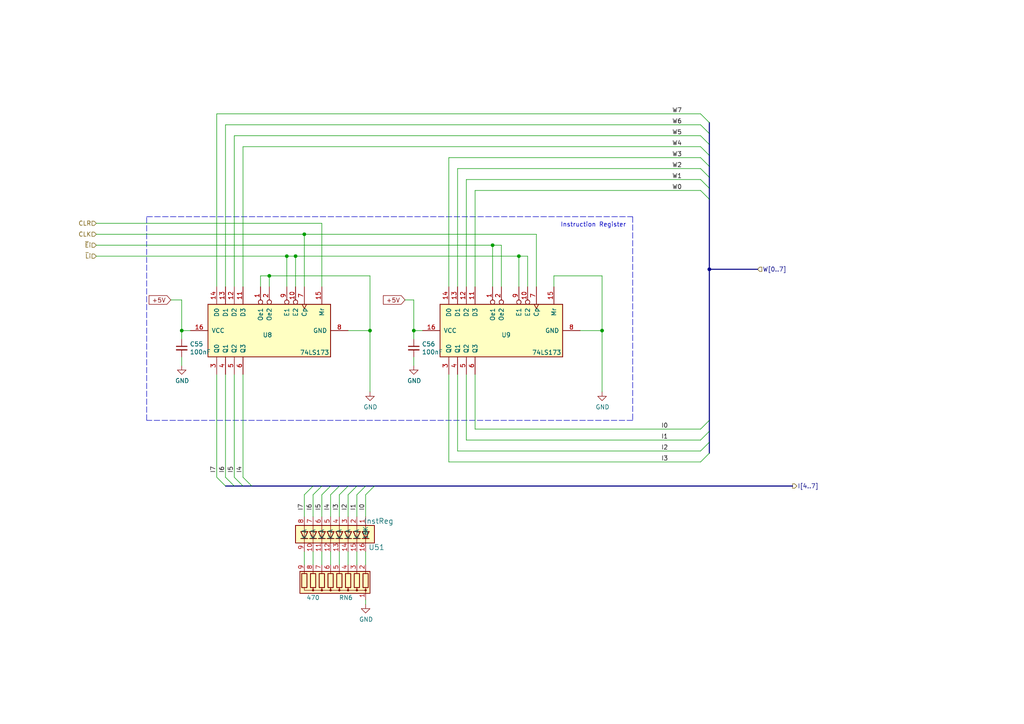
<source format=kicad_sch>
(kicad_sch (version 20211123) (generator eeschema)

  (uuid f66541eb-0f76-42ec-aab4-6635d44984da)

  (paper "A4")

  (lib_symbols
    (symbol "74xx:74LS173" (pin_names (offset 1.016)) (in_bom yes) (on_board yes)
      (property "Reference" "U" (id 0) (at -7.62 19.05 0)
        (effects (font (size 1.27 1.27)))
      )
      (property "Value" "74LS173" (id 1) (at -7.62 -19.05 0)
        (effects (font (size 1.27 1.27)))
      )
      (property "Footprint" "" (id 2) (at 0 0 0)
        (effects (font (size 1.27 1.27)) hide)
      )
      (property "Datasheet" "http://www.ti.com/lit/gpn/sn74LS173" (id 3) (at 0 0 0)
        (effects (font (size 1.27 1.27)) hide)
      )
      (property "ki_locked" "" (id 4) (at 0 0 0)
        (effects (font (size 1.27 1.27)))
      )
      (property "ki_keywords" "TTL REG REG4 3State DFF" (id 5) (at 0 0 0)
        (effects (font (size 1.27 1.27)) hide)
      )
      (property "ki_description" "4-bit D-type Register, 3 state out" (id 6) (at 0 0 0)
        (effects (font (size 1.27 1.27)) hide)
      )
      (property "ki_fp_filters" "DIP?16*" (id 7) (at 0 0 0)
        (effects (font (size 1.27 1.27)) hide)
      )
      (symbol "74LS173_1_0"
        (pin input inverted (at -12.7 2.54 0) (length 5.08)
          (name "Oe1" (effects (font (size 1.27 1.27))))
          (number "1" (effects (font (size 1.27 1.27))))
        )
        (pin input inverted (at -12.7 -7.62 0) (length 5.08)
          (name "E2" (effects (font (size 1.27 1.27))))
          (number "10" (effects (font (size 1.27 1.27))))
        )
        (pin input line (at -12.7 7.62 0) (length 5.08)
          (name "D3" (effects (font (size 1.27 1.27))))
          (number "11" (effects (font (size 1.27 1.27))))
        )
        (pin input line (at -12.7 10.16 0) (length 5.08)
          (name "D2" (effects (font (size 1.27 1.27))))
          (number "12" (effects (font (size 1.27 1.27))))
        )
        (pin input line (at -12.7 12.7 0) (length 5.08)
          (name "D1" (effects (font (size 1.27 1.27))))
          (number "13" (effects (font (size 1.27 1.27))))
        )
        (pin input line (at -12.7 15.24 0) (length 5.08)
          (name "D0" (effects (font (size 1.27 1.27))))
          (number "14" (effects (font (size 1.27 1.27))))
        )
        (pin input line (at -12.7 -15.24 0) (length 5.08)
          (name "Mr" (effects (font (size 1.27 1.27))))
          (number "15" (effects (font (size 1.27 1.27))))
        )
        (pin power_in line (at 0 22.86 270) (length 5.08)
          (name "VCC" (effects (font (size 1.27 1.27))))
          (number "16" (effects (font (size 1.27 1.27))))
        )
        (pin input inverted (at -12.7 0 0) (length 5.08)
          (name "Oe2" (effects (font (size 1.27 1.27))))
          (number "2" (effects (font (size 1.27 1.27))))
        )
        (pin tri_state line (at 12.7 15.24 180) (length 5.08)
          (name "Q0" (effects (font (size 1.27 1.27))))
          (number "3" (effects (font (size 1.27 1.27))))
        )
        (pin tri_state line (at 12.7 12.7 180) (length 5.08)
          (name "Q1" (effects (font (size 1.27 1.27))))
          (number "4" (effects (font (size 1.27 1.27))))
        )
        (pin tri_state line (at 12.7 10.16 180) (length 5.08)
          (name "Q2" (effects (font (size 1.27 1.27))))
          (number "5" (effects (font (size 1.27 1.27))))
        )
        (pin tri_state line (at 12.7 7.62 180) (length 5.08)
          (name "Q3" (effects (font (size 1.27 1.27))))
          (number "6" (effects (font (size 1.27 1.27))))
        )
        (pin input clock (at -12.7 -10.16 0) (length 5.08)
          (name "Cp" (effects (font (size 1.27 1.27))))
          (number "7" (effects (font (size 1.27 1.27))))
        )
        (pin power_in line (at 0 -22.86 90) (length 5.08)
          (name "GND" (effects (font (size 1.27 1.27))))
          (number "8" (effects (font (size 1.27 1.27))))
        )
        (pin input inverted (at -12.7 -5.08 0) (length 5.08)
          (name "E1" (effects (font (size 1.27 1.27))))
          (number "9" (effects (font (size 1.27 1.27))))
        )
      )
      (symbol "74LS173_1_1"
        (rectangle (start -7.62 17.78) (end 7.62 -17.78)
          (stroke (width 0.254) (type default) (color 0 0 0 0))
          (fill (type background))
        )
      )
    )
    (symbol "8bitcomputer-Malvino-rescue:8segmBarGraph-zDirkLibrary" (pin_names (offset 1.016)) (in_bom yes) (on_board yes)
      (property "Reference" "U" (id 0) (at 0 12.7 0)
        (effects (font (size 1.524 1.524)))
      )
      (property "Value" "8segmBarGraph-zDirkLibrary" (id 1) (at 0 -12.7 0)
        (effects (font (size 1.524 1.524)))
      )
      (property "Footprint" "" (id 2) (at 0 0 0)
        (effects (font (size 1.524 1.524)) hide)
      )
      (property "Datasheet" "" (id 3) (at 0 0 0)
        (effects (font (size 1.524 1.524)) hide)
      )
      (symbol "8segmBarGraph-zDirkLibrary_1_1"
        (rectangle (start -2.54 11.43) (end 2.54 -11.43)
          (stroke (width 0.254) (type default) (color 0 0 0 0))
          (fill (type background))
        )
        (polyline
          (pts
            (xy -2.54 -8.89)
            (xy 2.54 -8.89)
          )
          (stroke (width 0) (type default) (color 0 0 0 0))
          (fill (type none))
        )
        (polyline
          (pts
            (xy -2.54 -6.35)
            (xy 2.54 -6.35)
          )
          (stroke (width 0) (type default) (color 0 0 0 0))
          (fill (type none))
        )
        (polyline
          (pts
            (xy -2.54 -1.27)
            (xy 2.54 -1.27)
          )
          (stroke (width 0) (type default) (color 0 0 0 0))
          (fill (type none))
        )
        (polyline
          (pts
            (xy -2.54 3.81)
            (xy 2.54 3.81)
          )
          (stroke (width 0) (type default) (color 0 0 0 0))
          (fill (type none))
        )
        (polyline
          (pts
            (xy -2.54 6.35)
            (xy 2.54 6.35)
          )
          (stroke (width 0) (type default) (color 0 0 0 0))
          (fill (type none))
        )
        (polyline
          (pts
            (xy -2.54 8.89)
            (xy 2.54 8.89)
          )
          (stroke (width 0) (type default) (color 0 0 0 0))
          (fill (type none))
        )
        (polyline
          (pts
            (xy 1.27 -7.874)
            (xy 1.27 -9.906)
          )
          (stroke (width 0.254) (type default) (color 0 0 0 0))
          (fill (type none))
        )
        (polyline
          (pts
            (xy 1.27 -5.334)
            (xy 1.27 -7.366)
          )
          (stroke (width 0.254) (type default) (color 0 0 0 0))
          (fill (type none))
        )
        (polyline
          (pts
            (xy 1.27 -2.794)
            (xy 1.27 -4.826)
          )
          (stroke (width 0.254) (type default) (color 0 0 0 0))
          (fill (type none))
        )
        (polyline
          (pts
            (xy 1.27 -0.254)
            (xy 1.27 -2.286)
          )
          (stroke (width 0.254) (type default) (color 0 0 0 0))
          (fill (type none))
        )
        (polyline
          (pts
            (xy 1.27 2.286)
            (xy 1.27 0.254)
          )
          (stroke (width 0.254) (type default) (color 0 0 0 0))
          (fill (type none))
        )
        (polyline
          (pts
            (xy 1.27 4.826)
            (xy 1.27 2.794)
          )
          (stroke (width 0.254) (type default) (color 0 0 0 0))
          (fill (type none))
        )
        (polyline
          (pts
            (xy 1.27 7.366)
            (xy 1.27 5.334)
          )
          (stroke (width 0.254) (type default) (color 0 0 0 0))
          (fill (type none))
        )
        (polyline
          (pts
            (xy 1.27 9.906)
            (xy 1.27 7.874)
          )
          (stroke (width 0.254) (type default) (color 0 0 0 0))
          (fill (type none))
        )
        (polyline
          (pts
            (xy 2.54 -3.81)
            (xy -2.54 -3.81)
          )
          (stroke (width 0) (type default) (color 0 0 0 0))
          (fill (type none))
        )
        (polyline
          (pts
            (xy 2.54 1.27)
            (xy -2.54 1.27)
          )
          (stroke (width 0) (type default) (color 0 0 0 0))
          (fill (type none))
        )
        (polyline
          (pts
            (xy -0.762 -7.874)
            (xy -0.762 -9.906)
            (xy 1.27 -8.89)
            (xy -0.762 -7.874)
          )
          (stroke (width 0.254) (type default) (color 0 0 0 0))
          (fill (type none))
        )
        (polyline
          (pts
            (xy -0.762 -5.334)
            (xy -0.762 -7.366)
            (xy 1.27 -6.35)
            (xy -0.762 -5.334)
          )
          (stroke (width 0.254) (type default) (color 0 0 0 0))
          (fill (type none))
        )
        (polyline
          (pts
            (xy -0.762 -2.794)
            (xy -0.762 -4.826)
            (xy 1.27 -3.81)
            (xy -0.762 -2.794)
          )
          (stroke (width 0.254) (type default) (color 0 0 0 0))
          (fill (type none))
        )
        (polyline
          (pts
            (xy -0.762 -0.254)
            (xy -0.762 -2.286)
            (xy 1.27 -1.27)
            (xy -0.762 -0.254)
          )
          (stroke (width 0.254) (type default) (color 0 0 0 0))
          (fill (type none))
        )
        (polyline
          (pts
            (xy -0.762 2.286)
            (xy -0.762 0.254)
            (xy 1.27 1.27)
            (xy -0.762 2.286)
          )
          (stroke (width 0.254) (type default) (color 0 0 0 0))
          (fill (type none))
        )
        (polyline
          (pts
            (xy -0.762 4.826)
            (xy -0.762 2.794)
            (xy 1.27 3.81)
            (xy -0.762 4.826)
          )
          (stroke (width 0.254) (type default) (color 0 0 0 0))
          (fill (type none))
        )
        (polyline
          (pts
            (xy -0.762 7.366)
            (xy -0.762 5.334)
            (xy 1.27 6.35)
            (xy -0.762 7.366)
          )
          (stroke (width 0.254) (type default) (color 0 0 0 0))
          (fill (type none))
        )
        (polyline
          (pts
            (xy -0.762 9.906)
            (xy -0.762 7.874)
            (xy 1.27 8.89)
            (xy -0.762 9.906)
          )
          (stroke (width 0.254) (type default) (color 0 0 0 0))
          (fill (type none))
        )
        (pin passive line (at -5.08 8.89 0) (length 2.54)
          (name "A" (effects (font (size 1.27 1.27))))
          (number "1" (effects (font (size 1.27 1.27))))
        )
        (pin passive line (at 5.08 -6.35 180) (length 2.54)
          (name "K" (effects (font (size 1.27 1.27))))
          (number "10" (effects (font (size 1.27 1.27))))
        )
        (pin passive line (at 5.08 -3.81 180) (length 2.54)
          (name "K" (effects (font (size 1.27 1.27))))
          (number "11" (effects (font (size 1.27 1.27))))
        )
        (pin passive line (at 5.08 -1.27 180) (length 2.54)
          (name "K" (effects (font (size 1.27 1.27))))
          (number "12" (effects (font (size 1.27 1.27))))
        )
        (pin passive line (at 5.08 1.27 180) (length 2.54)
          (name "K" (effects (font (size 1.27 1.27))))
          (number "13" (effects (font (size 1.27 1.27))))
        )
        (pin passive line (at 5.08 3.81 180) (length 2.54)
          (name "K" (effects (font (size 1.27 1.27))))
          (number "14" (effects (font (size 1.27 1.27))))
        )
        (pin passive line (at 5.08 6.35 180) (length 2.54)
          (name "K" (effects (font (size 1.27 1.27))))
          (number "15" (effects (font (size 1.27 1.27))))
        )
        (pin passive line (at 5.08 8.89 180) (length 2.54)
          (name "16K" (effects (font (size 1.27 1.27))))
          (number "16" (effects (font (size 1.27 1.27))))
        )
        (pin passive line (at -5.08 6.35 0) (length 2.54)
          (name "A" (effects (font (size 1.27 1.27))))
          (number "2" (effects (font (size 1.27 1.27))))
        )
        (pin passive line (at -5.08 3.81 0) (length 2.54)
          (name "A" (effects (font (size 1.27 1.27))))
          (number "3" (effects (font (size 1.27 1.27))))
        )
        (pin passive line (at -5.08 1.27 0) (length 2.54)
          (name "A" (effects (font (size 1.27 1.27))))
          (number "4" (effects (font (size 1.27 1.27))))
        )
        (pin passive line (at -5.08 -1.27 0) (length 2.54)
          (name "A" (effects (font (size 1.27 1.27))))
          (number "5" (effects (font (size 1.27 1.27))))
        )
        (pin passive line (at -5.08 -3.81 0) (length 2.54)
          (name "A" (effects (font (size 1.27 1.27))))
          (number "6" (effects (font (size 1.27 1.27))))
        )
        (pin passive line (at -5.08 -6.35 0) (length 2.54)
          (name "A" (effects (font (size 1.27 1.27))))
          (number "7" (effects (font (size 1.27 1.27))))
        )
        (pin passive line (at -5.08 -8.89 0) (length 2.54)
          (name "A" (effects (font (size 1.27 1.27))))
          (number "8" (effects (font (size 1.27 1.27))))
        )
        (pin passive line (at 5.08 -8.89 180) (length 2.54)
          (name "K" (effects (font (size 1.27 1.27))))
          (number "9" (effects (font (size 1.27 1.27))))
        )
      )
    )
    (symbol "Device:C_Small" (pin_numbers hide) (pin_names (offset 0.254) hide) (in_bom yes) (on_board yes)
      (property "Reference" "C" (id 0) (at 0.254 1.778 0)
        (effects (font (size 1.27 1.27)) (justify left))
      )
      (property "Value" "C_Small" (id 1) (at 0.254 -2.032 0)
        (effects (font (size 1.27 1.27)) (justify left))
      )
      (property "Footprint" "" (id 2) (at 0 0 0)
        (effects (font (size 1.27 1.27)) hide)
      )
      (property "Datasheet" "~" (id 3) (at 0 0 0)
        (effects (font (size 1.27 1.27)) hide)
      )
      (property "ki_keywords" "capacitor cap" (id 4) (at 0 0 0)
        (effects (font (size 1.27 1.27)) hide)
      )
      (property "ki_description" "Unpolarized capacitor, small symbol" (id 5) (at 0 0 0)
        (effects (font (size 1.27 1.27)) hide)
      )
      (property "ki_fp_filters" "C_*" (id 6) (at 0 0 0)
        (effects (font (size 1.27 1.27)) hide)
      )
      (symbol "C_Small_0_1"
        (polyline
          (pts
            (xy -1.524 -0.508)
            (xy 1.524 -0.508)
          )
          (stroke (width 0.3302) (type default) (color 0 0 0 0))
          (fill (type none))
        )
        (polyline
          (pts
            (xy -1.524 0.508)
            (xy 1.524 0.508)
          )
          (stroke (width 0.3048) (type default) (color 0 0 0 0))
          (fill (type none))
        )
      )
      (symbol "C_Small_1_1"
        (pin passive line (at 0 2.54 270) (length 2.032)
          (name "~" (effects (font (size 1.27 1.27))))
          (number "1" (effects (font (size 1.27 1.27))))
        )
        (pin passive line (at 0 -2.54 90) (length 2.032)
          (name "~" (effects (font (size 1.27 1.27))))
          (number "2" (effects (font (size 1.27 1.27))))
        )
      )
    )
    (symbol "Device:R_Network08" (pin_names (offset 0) hide) (in_bom yes) (on_board yes)
      (property "Reference" "RN" (id 0) (at -12.7 0 90)
        (effects (font (size 1.27 1.27)))
      )
      (property "Value" "R_Network08" (id 1) (at 10.16 0 90)
        (effects (font (size 1.27 1.27)))
      )
      (property "Footprint" "Resistor_THT:R_Array_SIP9" (id 2) (at 12.065 0 90)
        (effects (font (size 1.27 1.27)) hide)
      )
      (property "Datasheet" "http://www.vishay.com/docs/31509/csc.pdf" (id 3) (at 0 0 0)
        (effects (font (size 1.27 1.27)) hide)
      )
      (property "ki_keywords" "R network star-topology" (id 4) (at 0 0 0)
        (effects (font (size 1.27 1.27)) hide)
      )
      (property "ki_description" "8 resistor network, star topology, bussed resistors, small symbol" (id 5) (at 0 0 0)
        (effects (font (size 1.27 1.27)) hide)
      )
      (property "ki_fp_filters" "R?Array?SIP*" (id 6) (at 0 0 0)
        (effects (font (size 1.27 1.27)) hide)
      )
      (symbol "R_Network08_0_1"
        (rectangle (start -11.43 -3.175) (end 8.89 3.175)
          (stroke (width 0.254) (type default) (color 0 0 0 0))
          (fill (type background))
        )
        (rectangle (start -10.922 1.524) (end -9.398 -2.54)
          (stroke (width 0.254) (type default) (color 0 0 0 0))
          (fill (type none))
        )
        (circle (center -10.16 2.286) (radius 0.254)
          (stroke (width 0) (type default) (color 0 0 0 0))
          (fill (type outline))
        )
        (rectangle (start -8.382 1.524) (end -6.858 -2.54)
          (stroke (width 0.254) (type default) (color 0 0 0 0))
          (fill (type none))
        )
        (circle (center -7.62 2.286) (radius 0.254)
          (stroke (width 0) (type default) (color 0 0 0 0))
          (fill (type outline))
        )
        (rectangle (start -5.842 1.524) (end -4.318 -2.54)
          (stroke (width 0.254) (type default) (color 0 0 0 0))
          (fill (type none))
        )
        (circle (center -5.08 2.286) (radius 0.254)
          (stroke (width 0) (type default) (color 0 0 0 0))
          (fill (type outline))
        )
        (rectangle (start -3.302 1.524) (end -1.778 -2.54)
          (stroke (width 0.254) (type default) (color 0 0 0 0))
          (fill (type none))
        )
        (circle (center -2.54 2.286) (radius 0.254)
          (stroke (width 0) (type default) (color 0 0 0 0))
          (fill (type outline))
        )
        (rectangle (start -0.762 1.524) (end 0.762 -2.54)
          (stroke (width 0.254) (type default) (color 0 0 0 0))
          (fill (type none))
        )
        (polyline
          (pts
            (xy -10.16 -2.54)
            (xy -10.16 -3.81)
          )
          (stroke (width 0) (type default) (color 0 0 0 0))
          (fill (type none))
        )
        (polyline
          (pts
            (xy -7.62 -2.54)
            (xy -7.62 -3.81)
          )
          (stroke (width 0) (type default) (color 0 0 0 0))
          (fill (type none))
        )
        (polyline
          (pts
            (xy -5.08 -2.54)
            (xy -5.08 -3.81)
          )
          (stroke (width 0) (type default) (color 0 0 0 0))
          (fill (type none))
        )
        (polyline
          (pts
            (xy -2.54 -2.54)
            (xy -2.54 -3.81)
          )
          (stroke (width 0) (type default) (color 0 0 0 0))
          (fill (type none))
        )
        (polyline
          (pts
            (xy 0 -2.54)
            (xy 0 -3.81)
          )
          (stroke (width 0) (type default) (color 0 0 0 0))
          (fill (type none))
        )
        (polyline
          (pts
            (xy 2.54 -2.54)
            (xy 2.54 -3.81)
          )
          (stroke (width 0) (type default) (color 0 0 0 0))
          (fill (type none))
        )
        (polyline
          (pts
            (xy 5.08 -2.54)
            (xy 5.08 -3.81)
          )
          (stroke (width 0) (type default) (color 0 0 0 0))
          (fill (type none))
        )
        (polyline
          (pts
            (xy 7.62 -2.54)
            (xy 7.62 -3.81)
          )
          (stroke (width 0) (type default) (color 0 0 0 0))
          (fill (type none))
        )
        (polyline
          (pts
            (xy -10.16 1.524)
            (xy -10.16 2.286)
            (xy -7.62 2.286)
            (xy -7.62 1.524)
          )
          (stroke (width 0) (type default) (color 0 0 0 0))
          (fill (type none))
        )
        (polyline
          (pts
            (xy -7.62 1.524)
            (xy -7.62 2.286)
            (xy -5.08 2.286)
            (xy -5.08 1.524)
          )
          (stroke (width 0) (type default) (color 0 0 0 0))
          (fill (type none))
        )
        (polyline
          (pts
            (xy -5.08 1.524)
            (xy -5.08 2.286)
            (xy -2.54 2.286)
            (xy -2.54 1.524)
          )
          (stroke (width 0) (type default) (color 0 0 0 0))
          (fill (type none))
        )
        (polyline
          (pts
            (xy -2.54 1.524)
            (xy -2.54 2.286)
            (xy 0 2.286)
            (xy 0 1.524)
          )
          (stroke (width 0) (type default) (color 0 0 0 0))
          (fill (type none))
        )
        (polyline
          (pts
            (xy 0 1.524)
            (xy 0 2.286)
            (xy 2.54 2.286)
            (xy 2.54 1.524)
          )
          (stroke (width 0) (type default) (color 0 0 0 0))
          (fill (type none))
        )
        (polyline
          (pts
            (xy 2.54 1.524)
            (xy 2.54 2.286)
            (xy 5.08 2.286)
            (xy 5.08 1.524)
          )
          (stroke (width 0) (type default) (color 0 0 0 0))
          (fill (type none))
        )
        (polyline
          (pts
            (xy 5.08 1.524)
            (xy 5.08 2.286)
            (xy 7.62 2.286)
            (xy 7.62 1.524)
          )
          (stroke (width 0) (type default) (color 0 0 0 0))
          (fill (type none))
        )
        (circle (center 0 2.286) (radius 0.254)
          (stroke (width 0) (type default) (color 0 0 0 0))
          (fill (type outline))
        )
        (rectangle (start 1.778 1.524) (end 3.302 -2.54)
          (stroke (width 0.254) (type default) (color 0 0 0 0))
          (fill (type none))
        )
        (circle (center 2.54 2.286) (radius 0.254)
          (stroke (width 0) (type default) (color 0 0 0 0))
          (fill (type outline))
        )
        (rectangle (start 4.318 1.524) (end 5.842 -2.54)
          (stroke (width 0.254) (type default) (color 0 0 0 0))
          (fill (type none))
        )
        (circle (center 5.08 2.286) (radius 0.254)
          (stroke (width 0) (type default) (color 0 0 0 0))
          (fill (type outline))
        )
        (rectangle (start 6.858 1.524) (end 8.382 -2.54)
          (stroke (width 0.254) (type default) (color 0 0 0 0))
          (fill (type none))
        )
      )
      (symbol "R_Network08_1_1"
        (pin passive line (at -10.16 5.08 270) (length 2.54)
          (name "common" (effects (font (size 1.27 1.27))))
          (number "1" (effects (font (size 1.27 1.27))))
        )
        (pin passive line (at -10.16 -5.08 90) (length 1.27)
          (name "R1" (effects (font (size 1.27 1.27))))
          (number "2" (effects (font (size 1.27 1.27))))
        )
        (pin passive line (at -7.62 -5.08 90) (length 1.27)
          (name "R2" (effects (font (size 1.27 1.27))))
          (number "3" (effects (font (size 1.27 1.27))))
        )
        (pin passive line (at -5.08 -5.08 90) (length 1.27)
          (name "R3" (effects (font (size 1.27 1.27))))
          (number "4" (effects (font (size 1.27 1.27))))
        )
        (pin passive line (at -2.54 -5.08 90) (length 1.27)
          (name "R4" (effects (font (size 1.27 1.27))))
          (number "5" (effects (font (size 1.27 1.27))))
        )
        (pin passive line (at 0 -5.08 90) (length 1.27)
          (name "R5" (effects (font (size 1.27 1.27))))
          (number "6" (effects (font (size 1.27 1.27))))
        )
        (pin passive line (at 2.54 -5.08 90) (length 1.27)
          (name "R6" (effects (font (size 1.27 1.27))))
          (number "7" (effects (font (size 1.27 1.27))))
        )
        (pin passive line (at 5.08 -5.08 90) (length 1.27)
          (name "R7" (effects (font (size 1.27 1.27))))
          (number "8" (effects (font (size 1.27 1.27))))
        )
        (pin passive line (at 7.62 -5.08 90) (length 1.27)
          (name "R8" (effects (font (size 1.27 1.27))))
          (number "9" (effects (font (size 1.27 1.27))))
        )
      )
    )
    (symbol "power:GND" (power) (pin_names (offset 0)) (in_bom yes) (on_board yes)
      (property "Reference" "#PWR" (id 0) (at 0 -6.35 0)
        (effects (font (size 1.27 1.27)) hide)
      )
      (property "Value" "GND" (id 1) (at 0 -3.81 0)
        (effects (font (size 1.27 1.27)))
      )
      (property "Footprint" "" (id 2) (at 0 0 0)
        (effects (font (size 1.27 1.27)) hide)
      )
      (property "Datasheet" "" (id 3) (at 0 0 0)
        (effects (font (size 1.27 1.27)) hide)
      )
      (property "ki_keywords" "power-flag" (id 4) (at 0 0 0)
        (effects (font (size 1.27 1.27)) hide)
      )
      (property "ki_description" "Power symbol creates a global label with name \"GND\" , ground" (id 5) (at 0 0 0)
        (effects (font (size 1.27 1.27)) hide)
      )
      (symbol "GND_0_1"
        (polyline
          (pts
            (xy 0 0)
            (xy 0 -1.27)
            (xy 1.27 -1.27)
            (xy 0 -2.54)
            (xy -1.27 -1.27)
            (xy 0 -1.27)
          )
          (stroke (width 0) (type default) (color 0 0 0 0))
          (fill (type none))
        )
      )
      (symbol "GND_1_1"
        (pin power_in line (at 0 0 270) (length 0) hide
          (name "GND" (effects (font (size 1.27 1.27))))
          (number "1" (effects (font (size 1.27 1.27))))
        )
      )
    )
  )

  (junction (at 150.495 74.295) (diameter 0) (color 0 0 0 0)
    (uuid 34388753-00bd-48b6-8441-7c002ce3929a)
  )
  (junction (at 85.725 74.295) (diameter 0) (color 0 0 0 0)
    (uuid 6769bcc5-3e6f-4878-9c81-4d7218ec264b)
  )
  (junction (at 52.705 95.885) (diameter 0) (color 0 0 0 0)
    (uuid 6cfe7c77-8836-4075-bc70-c394624ee1e1)
  )
  (junction (at 88.265 67.945) (diameter 0) (color 0 0 0 0)
    (uuid 8bff6eb0-d2b5-474f-bb76-ed4cb1f79557)
  )
  (junction (at 83.185 74.295) (diameter 0) (color 0 0 0 0)
    (uuid ba07fdb1-bb7e-4581-87df-1bb355320d30)
  )
  (junction (at 174.625 95.885) (diameter 0) (color 0 0 0 0)
    (uuid cb411e3e-2822-4dff-a0cb-fd1930da7214)
  )
  (junction (at 205.74 78.105) (diameter 0) (color 0 0 0 0)
    (uuid cfa6a320-7ed3-4273-8a61-8cf5fdd68b0f)
  )
  (junction (at 142.875 71.12) (diameter 0) (color 0 0 0 0)
    (uuid e308a94d-7769-4666-908b-ba871eb0b35d)
  )
  (junction (at 120.015 95.885) (diameter 0) (color 0 0 0 0)
    (uuid ebb2c5af-b984-4bbe-8014-0596ebc0d7c1)
  )
  (junction (at 78.105 80.01) (diameter 0) (color 0 0 0 0)
    (uuid f5d8ab02-1280-4ed1-bc3c-5c13e25204dc)
  )
  (junction (at 107.315 95.885) (diameter 0) (color 0 0 0 0)
    (uuid fd4ec5d0-687e-469e-8f48-b8b671aa9150)
  )

  (bus_entry (at 90.805 143.51) (size 2.54 -2.54)
    (stroke (width 0) (type default) (color 0 0 0 0))
    (uuid 28ba74f5-90eb-458f-9237-ced265790f04)
  )
  (bus_entry (at 203.2 55.245) (size 2.54 2.54)
    (stroke (width 0) (type default) (color 0 0 0 0))
    (uuid 2bab7955-3066-45b7-9d74-ec66df94ae40)
  )
  (bus_entry (at 62.865 138.43) (size 2.54 2.54)
    (stroke (width 0) (type default) (color 0 0 0 0))
    (uuid 3b8e29e3-3e8f-4e6e-b24b-1a3d0b62c578)
  )
  (bus_entry (at 203.2 48.895) (size 2.54 2.54)
    (stroke (width 0) (type default) (color 0 0 0 0))
    (uuid 6264192e-14b7-4eca-b143-4470b14e3a5b)
  )
  (bus_entry (at 103.505 143.51) (size 2.54 -2.54)
    (stroke (width 0) (type default) (color 0 0 0 0))
    (uuid 64424912-782f-4fa5-a026-c00ac40b4753)
  )
  (bus_entry (at 203.2 42.545) (size 2.54 2.54)
    (stroke (width 0) (type default) (color 0 0 0 0))
    (uuid 69c9c135-5fe0-49c4-be8f-513be30de524)
  )
  (bus_entry (at 203.2 39.37) (size 2.54 2.54)
    (stroke (width 0) (type default) (color 0 0 0 0))
    (uuid 77494e11-6415-4a11-b0a7-89ce9ec69829)
  )
  (bus_entry (at 203.2 124.46) (size 2.54 -2.54)
    (stroke (width 0) (type default) (color 0 0 0 0))
    (uuid 780c9f61-a7b7-4735-a928-0db12eda744c)
  )
  (bus_entry (at 203.2 33.02) (size 2.54 2.54)
    (stroke (width 0) (type default) (color 0 0 0 0))
    (uuid 78c2aae0-ef44-4d9f-aedc-48cd533286fc)
  )
  (bus_entry (at 203.2 52.07) (size 2.54 2.54)
    (stroke (width 0) (type default) (color 0 0 0 0))
    (uuid 9c685e3a-0d25-4213-aa1a-45cfa9835812)
  )
  (bus_entry (at 100.965 143.51) (size 2.54 -2.54)
    (stroke (width 0) (type default) (color 0 0 0 0))
    (uuid 9c6c7ee9-734c-4ddf-b017-c6724414182d)
  )
  (bus_entry (at 106.045 143.51) (size 2.54 -2.54)
    (stroke (width 0) (type default) (color 0 0 0 0))
    (uuid a30058f4-8cee-4499-b729-fc4ac3f55de7)
  )
  (bus_entry (at 203.2 127.635) (size 2.54 -2.54)
    (stroke (width 0) (type default) (color 0 0 0 0))
    (uuid a4c4f41f-9f7a-4722-9c5e-f7f3637ad6a4)
  )
  (bus_entry (at 203.2 36.195) (size 2.54 2.54)
    (stroke (width 0) (type default) (color 0 0 0 0))
    (uuid a824efdc-84c4-4e09-b5b0-5d980cf6f58f)
  )
  (bus_entry (at 203.2 130.81) (size 2.54 -2.54)
    (stroke (width 0) (type default) (color 0 0 0 0))
    (uuid aa80d598-919f-411e-b1f3-95869185ccc4)
  )
  (bus_entry (at 65.405 138.43) (size 2.54 2.54)
    (stroke (width 0) (type default) (color 0 0 0 0))
    (uuid ab71b953-0067-4766-b772-c73551e15527)
  )
  (bus_entry (at 203.2 45.72) (size 2.54 2.54)
    (stroke (width 0) (type default) (color 0 0 0 0))
    (uuid bd6dbe37-e4de-4aa0-8e05-f4e37092e2ca)
  )
  (bus_entry (at 88.265 143.51) (size 2.54 -2.54)
    (stroke (width 0) (type default) (color 0 0 0 0))
    (uuid c2e7093c-da7e-4005-8195-2743e25107b2)
  )
  (bus_entry (at 93.345 143.51) (size 2.54 -2.54)
    (stroke (width 0) (type default) (color 0 0 0 0))
    (uuid ca611e3d-8e86-422d-935a-c193dc5adcaf)
  )
  (bus_entry (at 70.485 138.43) (size 2.54 2.54)
    (stroke (width 0) (type default) (color 0 0 0 0))
    (uuid ce240dbc-b08e-4660-b1b4-7a23b01636af)
  )
  (bus_entry (at 95.885 143.51) (size 2.54 -2.54)
    (stroke (width 0) (type default) (color 0 0 0 0))
    (uuid d213e750-fcde-4aa3-8f9d-609d60dd9de2)
  )
  (bus_entry (at 98.425 143.51) (size 2.54 -2.54)
    (stroke (width 0) (type default) (color 0 0 0 0))
    (uuid ecfd409b-72b9-4b29-8da8-81a37f9c0a1e)
  )
  (bus_entry (at 67.945 138.43) (size 2.54 2.54)
    (stroke (width 0) (type default) (color 0 0 0 0))
    (uuid f57cca7f-5a39-4af0-8d7b-ec5b79252bb0)
  )
  (bus_entry (at 203.2 133.985) (size 2.54 -2.54)
    (stroke (width 0) (type default) (color 0 0 0 0))
    (uuid f5a0b154-00ca-46f7-bbc5-873c4aab55ba)
  )

  (wire (pts (xy 83.185 83.185) (xy 83.185 74.295))
    (stroke (width 0) (type default) (color 0 0 0 0))
    (uuid 036e2c84-8569-491b-9f2b-5ab68b8eea9c)
  )
  (wire (pts (xy 49.53 86.995) (xy 52.705 86.995))
    (stroke (width 0) (type default) (color 0 0 0 0))
    (uuid 07ce20d0-39e4-4e8f-b761-8ac3f45fbedc)
  )
  (bus (pts (xy 106.045 140.97) (xy 108.585 140.97))
    (stroke (width 0) (type default) (color 0 0 0 0))
    (uuid 090a699a-428d-4643-a815-5a7ad3d72555)
  )

  (wire (pts (xy 132.715 83.185) (xy 132.715 48.895))
    (stroke (width 0) (type default) (color 0 0 0 0))
    (uuid 0a0f57fc-0067-4862-a627-432bea96a1d5)
  )
  (wire (pts (xy 120.015 106.045) (xy 120.015 103.505))
    (stroke (width 0) (type default) (color 0 0 0 0))
    (uuid 12654251-51a4-4ea6-aae0-e7ed2122360e)
  )
  (wire (pts (xy 52.705 98.425) (xy 52.705 95.885))
    (stroke (width 0) (type default) (color 0 0 0 0))
    (uuid 1322d6ff-0573-4c1a-bc88-fec8cab2166b)
  )
  (wire (pts (xy 83.185 74.295) (xy 27.94 74.295))
    (stroke (width 0) (type default) (color 0 0 0 0))
    (uuid 13a1924e-c9f9-49eb-abe9-c93076e6563c)
  )
  (wire (pts (xy 135.255 83.185) (xy 135.255 52.07))
    (stroke (width 0) (type default) (color 0 0 0 0))
    (uuid 1408afd2-ef58-4b17-bd11-bffc65fcc74d)
  )
  (wire (pts (xy 55.245 95.885) (xy 52.705 95.885))
    (stroke (width 0) (type default) (color 0 0 0 0))
    (uuid 1aeb48aa-49b0-4600-a13f-55fe9ff08254)
  )
  (wire (pts (xy 62.865 33.02) (xy 203.2 33.02))
    (stroke (width 0) (type default) (color 0 0 0 0))
    (uuid 1b87e0bc-202c-48a0-a38f-60f0e79f522d)
  )
  (wire (pts (xy 155.575 83.185) (xy 155.575 67.945))
    (stroke (width 0) (type default) (color 0 0 0 0))
    (uuid 1cfb3d87-170b-4c50-b4bd-60526bab5a3d)
  )
  (wire (pts (xy 203.2 39.37) (xy 67.945 39.37))
    (stroke (width 0) (type default) (color 0 0 0 0))
    (uuid 1e3817b3-ddcc-4f2f-940c-630c8600a37d)
  )
  (bus (pts (xy 205.74 78.105) (xy 205.74 121.92))
    (stroke (width 0) (type default) (color 0 0 0 0))
    (uuid 23474ed8-53ad-42a9-929d-8b2db98e9f15)
  )

  (wire (pts (xy 130.175 83.185) (xy 130.175 45.72))
    (stroke (width 0) (type default) (color 0 0 0 0))
    (uuid 23cd5d9f-55ef-4156-8ec5-19d8759a2c4c)
  )
  (bus (pts (xy 205.74 125.095) (xy 205.74 128.27))
    (stroke (width 0) (type default) (color 0 0 0 0))
    (uuid 2597bd2f-4840-48a1-b3fd-ebcadeabaf47)
  )

  (wire (pts (xy 67.945 39.37) (xy 67.945 83.185))
    (stroke (width 0) (type default) (color 0 0 0 0))
    (uuid 26a59c2d-a822-4719-b5ba-0f923a495e79)
  )
  (wire (pts (xy 122.555 95.885) (xy 120.015 95.885))
    (stroke (width 0) (type default) (color 0 0 0 0))
    (uuid 2782fcf4-160f-4109-9901-a07519c6f654)
  )
  (bus (pts (xy 205.74 45.085) (xy 205.74 48.26))
    (stroke (width 0) (type default) (color 0 0 0 0))
    (uuid 2964542a-d3ee-4528-9b8a-41f3e71de452)
  )
  (bus (pts (xy 73.025 140.97) (xy 90.805 140.97))
    (stroke (width 0) (type default) (color 0 0 0 0))
    (uuid 2a748cae-3352-459e-a5b9-27ee41c48287)
  )

  (wire (pts (xy 88.265 67.945) (xy 155.575 67.945))
    (stroke (width 0) (type default) (color 0 0 0 0))
    (uuid 2bf5e90a-97d7-4e90-b55c-3bcf217f4e12)
  )
  (wire (pts (xy 142.875 71.12) (xy 142.875 83.185))
    (stroke (width 0) (type default) (color 0 0 0 0))
    (uuid 2e44491b-6d1c-41e4-9b72-44bb5fce1f1b)
  )
  (wire (pts (xy 85.725 74.295) (xy 150.495 74.295))
    (stroke (width 0) (type default) (color 0 0 0 0))
    (uuid 2ff07b00-8b7f-45cd-a632-443b083a9221)
  )
  (wire (pts (xy 65.405 108.585) (xy 65.405 138.43))
    (stroke (width 0) (type default) (color 0 0 0 0))
    (uuid 32d39463-10ee-45d7-aade-8e952fbc88df)
  )
  (wire (pts (xy 120.015 98.425) (xy 120.015 95.885))
    (stroke (width 0) (type default) (color 0 0 0 0))
    (uuid 34024ad1-4dd0-4cc8-a289-20e5615283fc)
  )
  (bus (pts (xy 98.425 140.97) (xy 100.965 140.97))
    (stroke (width 0) (type default) (color 0 0 0 0))
    (uuid 3519430b-5325-442e-ad8c-f97c453a0443)
  )

  (wire (pts (xy 203.2 42.545) (xy 70.485 42.545))
    (stroke (width 0) (type default) (color 0 0 0 0))
    (uuid 35f448f7-12e9-467e-b7f4-f4d3f81e730c)
  )
  (wire (pts (xy 98.425 149.86) (xy 98.425 143.51))
    (stroke (width 0) (type default) (color 0 0 0 0))
    (uuid 3663ef08-7803-4f3b-bd40-e5fe1be828fa)
  )
  (bus (pts (xy 205.74 35.56) (xy 205.74 38.735))
    (stroke (width 0) (type default) (color 0 0 0 0))
    (uuid 3827fb86-9338-4c9b-9e64-ebd48e4ee627)
  )
  (bus (pts (xy 95.885 140.97) (xy 98.425 140.97))
    (stroke (width 0) (type default) (color 0 0 0 0))
    (uuid 385495ff-cf44-4602-9530-b35ddc35362f)
  )

  (wire (pts (xy 132.715 130.81) (xy 203.2 130.81))
    (stroke (width 0) (type default) (color 0 0 0 0))
    (uuid 456ea4c2-9ea3-4b0f-bc5e-9d8d40b8861b)
  )
  (polyline (pts (xy 183.515 62.865) (xy 183.515 121.92))
    (stroke (width 0) (type default) (color 0 0 0 0))
    (uuid 48068a53-53b8-4e3a-b1ba-f7486a924433)
  )

  (wire (pts (xy 83.185 74.295) (xy 85.725 74.295))
    (stroke (width 0) (type default) (color 0 0 0 0))
    (uuid 48a2c340-1d5a-400a-935c-7e00bee1fb83)
  )
  (wire (pts (xy 78.105 80.01) (xy 107.315 80.01))
    (stroke (width 0) (type default) (color 0 0 0 0))
    (uuid 4a09878a-29af-42bd-8b08-4c9aafa1151b)
  )
  (wire (pts (xy 137.795 124.46) (xy 203.2 124.46))
    (stroke (width 0) (type default) (color 0 0 0 0))
    (uuid 4bafc961-6de0-46c3-8ea7-88a61d622951)
  )
  (wire (pts (xy 160.655 80.01) (xy 174.625 80.01))
    (stroke (width 0) (type default) (color 0 0 0 0))
    (uuid 4f642a06-ee7e-4e3d-b287-92990864d0b6)
  )
  (bus (pts (xy 90.805 140.97) (xy 93.345 140.97))
    (stroke (width 0) (type default) (color 0 0 0 0))
    (uuid 523885ed-d7af-4d5e-b1a4-aa64ff2d4d76)
  )

  (wire (pts (xy 120.015 86.995) (xy 120.015 95.885))
    (stroke (width 0) (type default) (color 0 0 0 0))
    (uuid 524acfc1-cf1a-443a-b29a-5617b8423419)
  )
  (wire (pts (xy 70.485 108.585) (xy 70.485 138.43))
    (stroke (width 0) (type default) (color 0 0 0 0))
    (uuid 5a6d40ef-48ed-4e87-a5e3-59bafa30b199)
  )
  (bus (pts (xy 67.945 140.97) (xy 70.485 140.97))
    (stroke (width 0) (type default) (color 0 0 0 0))
    (uuid 5c6b441f-4f6f-4303-bf98-f98bf7bd0f8c)
  )

  (wire (pts (xy 75.565 80.01) (xy 78.105 80.01))
    (stroke (width 0) (type default) (color 0 0 0 0))
    (uuid 5e4e5d7e-b4da-49e6-b1b7-28856a018945)
  )
  (bus (pts (xy 205.74 54.61) (xy 205.74 57.785))
    (stroke (width 0) (type default) (color 0 0 0 0))
    (uuid 5e9d05e3-89c0-4949-bc70-fa5e8fe947a2)
  )

  (wire (pts (xy 90.805 160.02) (xy 90.805 163.83))
    (stroke (width 0) (type default) (color 0 0 0 0))
    (uuid 5f42508e-de1f-4245-9d47-e1c840db71ea)
  )
  (wire (pts (xy 174.625 95.885) (xy 174.625 113.665))
    (stroke (width 0) (type default) (color 0 0 0 0))
    (uuid 5fc159ba-5018-4fd2-8cf5-578779137a54)
  )
  (wire (pts (xy 132.715 108.585) (xy 132.715 130.81))
    (stroke (width 0) (type default) (color 0 0 0 0))
    (uuid 6101f465-37f1-4b55-9bff-11e08528d036)
  )
  (wire (pts (xy 160.655 83.185) (xy 160.655 80.01))
    (stroke (width 0) (type default) (color 0 0 0 0))
    (uuid 62a2ffc5-8f05-4897-9108-47e3fa0002e1)
  )
  (bus (pts (xy 205.74 48.26) (xy 205.74 51.435))
    (stroke (width 0) (type default) (color 0 0 0 0))
    (uuid 62a6ca7f-dd3e-4264-8d81-b956abb14d36)
  )

  (wire (pts (xy 130.175 45.72) (xy 203.2 45.72))
    (stroke (width 0) (type default) (color 0 0 0 0))
    (uuid 68de7e31-18f3-4cc3-99c4-5e25d0938d4e)
  )
  (bus (pts (xy 205.74 121.92) (xy 205.74 125.095))
    (stroke (width 0) (type default) (color 0 0 0 0))
    (uuid 6b6dd077-8df0-46f1-8336-93681ec25fe9)
  )

  (wire (pts (xy 117.475 86.995) (xy 120.015 86.995))
    (stroke (width 0) (type default) (color 0 0 0 0))
    (uuid 6c807898-d459-4deb-abe1-ff84782a3472)
  )
  (wire (pts (xy 70.485 42.545) (xy 70.485 83.185))
    (stroke (width 0) (type default) (color 0 0 0 0))
    (uuid 6d48e7ea-9720-4876-b5aa-369c4c6e99ca)
  )
  (wire (pts (xy 107.315 95.885) (xy 107.315 113.665))
    (stroke (width 0) (type default) (color 0 0 0 0))
    (uuid 6fd67bf3-8aac-4c99-aec2-8f6ca1924ca7)
  )
  (wire (pts (xy 75.565 83.185) (xy 75.565 80.01))
    (stroke (width 0) (type default) (color 0 0 0 0))
    (uuid 6fea0813-1ec6-48d9-a701-3ea4e3d3fe11)
  )
  (wire (pts (xy 135.255 52.07) (xy 203.2 52.07))
    (stroke (width 0) (type default) (color 0 0 0 0))
    (uuid 70dd4e0b-9dc4-407d-a6aa-f1aca928c51f)
  )
  (bus (pts (xy 205.74 41.91) (xy 205.74 45.085))
    (stroke (width 0) (type default) (color 0 0 0 0))
    (uuid 73c53c2c-63d5-4ca1-868c-e869927ecfa1)
  )

  (wire (pts (xy 88.265 67.945) (xy 27.94 67.945))
    (stroke (width 0) (type default) (color 0 0 0 0))
    (uuid 75408abf-cd99-4fbf-a0ec-39fdf8770037)
  )
  (wire (pts (xy 142.875 71.12) (xy 27.94 71.12))
    (stroke (width 0) (type default) (color 0 0 0 0))
    (uuid 7905c646-6f38-4bce-b210-1ab9dfe89a90)
  )
  (wire (pts (xy 150.495 74.295) (xy 153.035 74.295))
    (stroke (width 0) (type default) (color 0 0 0 0))
    (uuid 7b4fb994-ceeb-4974-b6a2-337640b80075)
  )
  (polyline (pts (xy 42.545 121.92) (xy 42.545 62.865))
    (stroke (width 0) (type default) (color 0 0 0 0))
    (uuid 7eab7fbf-fe8f-4dd8-8417-a04fbd08f8f5)
  )

  (wire (pts (xy 103.505 160.02) (xy 103.505 163.83))
    (stroke (width 0) (type default) (color 0 0 0 0))
    (uuid 7f11cf43-82c0-41de-bf05-3ddf29bd5c0c)
  )
  (wire (pts (xy 95.885 149.86) (xy 95.885 143.51))
    (stroke (width 0) (type default) (color 0 0 0 0))
    (uuid 8346ac22-907d-41e2-9201-7368a5bd81b2)
  )
  (wire (pts (xy 85.725 74.295) (xy 85.725 83.185))
    (stroke (width 0) (type default) (color 0 0 0 0))
    (uuid 85f94f54-ffcb-4253-8e9f-282287ad828c)
  )
  (wire (pts (xy 137.795 108.585) (xy 137.795 124.46))
    (stroke (width 0) (type default) (color 0 0 0 0))
    (uuid 86c78723-7ef4-4b46-b16e-a130f9a4634d)
  )
  (wire (pts (xy 100.965 160.02) (xy 100.965 163.83))
    (stroke (width 0) (type default) (color 0 0 0 0))
    (uuid 874f44e7-59e9-44a1-9ce9-877489931689)
  )
  (bus (pts (xy 65.405 140.97) (xy 67.945 140.97))
    (stroke (width 0) (type default) (color 0 0 0 0))
    (uuid 8a0878cd-c45b-4fb6-b10d-8cd86306975b)
  )
  (bus (pts (xy 108.585 140.97) (xy 229.87 140.97))
    (stroke (width 0) (type default) (color 0 0 0 0))
    (uuid 8d9a02c1-cfd1-488a-a183-346136d9f24c)
  )

  (wire (pts (xy 145.415 71.12) (xy 142.875 71.12))
    (stroke (width 0) (type default) (color 0 0 0 0))
    (uuid 94585fb1-a321-4ac0-8592-43383af7c6a6)
  )
  (wire (pts (xy 67.945 108.585) (xy 67.945 138.43))
    (stroke (width 0) (type default) (color 0 0 0 0))
    (uuid 95112e22-d745-46ed-8be2-331a1da9c9ac)
  )
  (wire (pts (xy 153.035 83.185) (xy 153.035 74.295))
    (stroke (width 0) (type default) (color 0 0 0 0))
    (uuid 9862221b-2eab-4a71-b8f0-3b1263f37a6a)
  )
  (wire (pts (xy 203.2 36.195) (xy 65.405 36.195))
    (stroke (width 0) (type default) (color 0 0 0 0))
    (uuid 986292d2-4e1a-419c-81f6-ea6153f3a6da)
  )
  (wire (pts (xy 88.265 149.86) (xy 88.265 143.51))
    (stroke (width 0) (type default) (color 0 0 0 0))
    (uuid 99504dea-7947-4514-995b-7fb7a32138a1)
  )
  (wire (pts (xy 65.405 36.195) (xy 65.405 83.185))
    (stroke (width 0) (type default) (color 0 0 0 0))
    (uuid 99eb5803-3de8-4b93-a050-e26955cd5095)
  )
  (bus (pts (xy 205.74 78.105) (xy 219.71 78.105))
    (stroke (width 0) (type default) (color 0 0 0 0))
    (uuid 9bfa7b83-433f-40d0-90cf-75313d29c0cd)
  )

  (wire (pts (xy 78.105 80.01) (xy 78.105 83.185))
    (stroke (width 0) (type default) (color 0 0 0 0))
    (uuid 9d574518-b516-4462-8cb0-3a3b139dceec)
  )
  (wire (pts (xy 135.255 108.585) (xy 135.255 127.635))
    (stroke (width 0) (type default) (color 0 0 0 0))
    (uuid 9e0324f4-4ff0-4a68-a9d5-c8aa0a294580)
  )
  (bus (pts (xy 103.505 140.97) (xy 106.045 140.97))
    (stroke (width 0) (type default) (color 0 0 0 0))
    (uuid a02d83fd-4816-46a1-b66d-5f961ad744f9)
  )

  (wire (pts (xy 93.345 64.77) (xy 27.94 64.77))
    (stroke (width 0) (type default) (color 0 0 0 0))
    (uuid a111e41d-6a73-4e3c-b3ed-ad1dbba676cc)
  )
  (wire (pts (xy 103.505 149.86) (xy 103.505 143.51))
    (stroke (width 0) (type default) (color 0 0 0 0))
    (uuid a145ba98-5f09-4a7f-929d-ade1671ea63c)
  )
  (wire (pts (xy 62.865 108.585) (xy 62.865 138.43))
    (stroke (width 0) (type default) (color 0 0 0 0))
    (uuid a9f7a4f5-8193-47e8-81e2-c039ccfcf753)
  )
  (wire (pts (xy 106.045 160.02) (xy 106.045 163.83))
    (stroke (width 0) (type default) (color 0 0 0 0))
    (uuid ade47e6e-3526-495c-ada7-b8230b957655)
  )
  (wire (pts (xy 106.045 173.99) (xy 106.045 175.26))
    (stroke (width 0) (type default) (color 0 0 0 0))
    (uuid ae60c962-e1b1-4186-946e-1813f6b847e4)
  )
  (wire (pts (xy 52.705 86.995) (xy 52.705 95.885))
    (stroke (width 0) (type default) (color 0 0 0 0))
    (uuid b484dd13-d214-4143-a495-d260574557e9)
  )
  (wire (pts (xy 107.315 80.01) (xy 107.315 95.885))
    (stroke (width 0) (type default) (color 0 0 0 0))
    (uuid b63e7a26-ccb6-47f4-8d9d-a8dcba9459f7)
  )
  (bus (pts (xy 205.74 38.735) (xy 205.74 41.91))
    (stroke (width 0) (type default) (color 0 0 0 0))
    (uuid ba01b697-cc3a-4029-b848-8c343b2eaa95)
  )

  (wire (pts (xy 52.705 106.045) (xy 52.705 103.505))
    (stroke (width 0) (type default) (color 0 0 0 0))
    (uuid bb32cc64-4f65-4e32-841f-94d7f0ada10a)
  )
  (wire (pts (xy 137.795 55.245) (xy 203.2 55.245))
    (stroke (width 0) (type default) (color 0 0 0 0))
    (uuid bc6f9490-f420-43ec-a649-60f2cdfe960c)
  )
  (wire (pts (xy 88.265 160.02) (xy 88.265 163.83))
    (stroke (width 0) (type default) (color 0 0 0 0))
    (uuid bfbdc922-fbe7-4022-bdc0-7bb19fabf272)
  )
  (wire (pts (xy 106.045 149.86) (xy 106.045 143.51))
    (stroke (width 0) (type default) (color 0 0 0 0))
    (uuid c0c6fe27-1e94-42d1-9cd2-29f23db95ae8)
  )
  (wire (pts (xy 150.495 83.185) (xy 150.495 74.295))
    (stroke (width 0) (type default) (color 0 0 0 0))
    (uuid c2c12bfc-cd99-4d4c-ac8c-afe97eeebefe)
  )
  (bus (pts (xy 205.74 51.435) (xy 205.74 54.61))
    (stroke (width 0) (type default) (color 0 0 0 0))
    (uuid c3848203-4249-4d71-81ca-bcb57e9e3e4e)
  )

  (wire (pts (xy 93.345 160.02) (xy 93.345 163.83))
    (stroke (width 0) (type default) (color 0 0 0 0))
    (uuid c579d8ff-eabd-4c9f-985a-b2fb492b252e)
  )
  (wire (pts (xy 100.965 95.885) (xy 107.315 95.885))
    (stroke (width 0) (type default) (color 0 0 0 0))
    (uuid c6c96823-2ca5-4fe7-8916-8c026374f15d)
  )
  (bus (pts (xy 205.74 57.785) (xy 205.74 78.105))
    (stroke (width 0) (type default) (color 0 0 0 0))
    (uuid c6cac8b8-9e3d-4d31-bbf1-3a3b73c7d178)
  )

  (wire (pts (xy 88.265 67.945) (xy 88.265 83.185))
    (stroke (width 0) (type default) (color 0 0 0 0))
    (uuid d3273e68-d32c-48a4-8ce3-a6c4060be9a6)
  )
  (wire (pts (xy 98.425 160.02) (xy 98.425 163.83))
    (stroke (width 0) (type default) (color 0 0 0 0))
    (uuid d3b750da-93e8-4eaf-b686-216e58a32c9e)
  )
  (bus (pts (xy 70.485 140.97) (xy 73.025 140.97))
    (stroke (width 0) (type default) (color 0 0 0 0))
    (uuid d60c0b77-068f-4165-b4ae-790097f2da02)
  )

  (wire (pts (xy 174.625 80.01) (xy 174.625 95.885))
    (stroke (width 0) (type default) (color 0 0 0 0))
    (uuid d8db17f2-0c62-404d-8f4f-4b673d94feeb)
  )
  (wire (pts (xy 137.795 83.185) (xy 137.795 55.245))
    (stroke (width 0) (type default) (color 0 0 0 0))
    (uuid d94cf48c-7fa5-4794-af7f-6dae39580817)
  )
  (wire (pts (xy 145.415 83.185) (xy 145.415 71.12))
    (stroke (width 0) (type default) (color 0 0 0 0))
    (uuid daa09912-4328-4cf1-90fc-c9c9b493000f)
  )
  (wire (pts (xy 132.715 48.895) (xy 203.2 48.895))
    (stroke (width 0) (type default) (color 0 0 0 0))
    (uuid db3e5ed3-e0e2-40a6-9579-d100d3bed05f)
  )
  (bus (pts (xy 93.345 140.97) (xy 95.885 140.97))
    (stroke (width 0) (type default) (color 0 0 0 0))
    (uuid dec0be7f-5ec4-4b38-9382-dd453a83c491)
  )

  (polyline (pts (xy 183.515 121.92) (xy 42.545 121.92))
    (stroke (width 0) (type default) (color 0 0 0 0))
    (uuid df20dc36-cf83-4340-9813-a0bb0aec4b60)
  )

  (wire (pts (xy 130.175 108.585) (xy 130.175 133.985))
    (stroke (width 0) (type default) (color 0 0 0 0))
    (uuid e3119047-b334-4268-8463-37e2abc5fd93)
  )
  (wire (pts (xy 95.885 160.02) (xy 95.885 163.83))
    (stroke (width 0) (type default) (color 0 0 0 0))
    (uuid e55aa6f2-8043-4f1d-8342-fb4d2a9462a4)
  )
  (wire (pts (xy 62.865 83.185) (xy 62.865 33.02))
    (stroke (width 0) (type default) (color 0 0 0 0))
    (uuid e7031b32-d566-4842-9b50-6758b593f721)
  )
  (wire (pts (xy 135.255 127.635) (xy 203.2 127.635))
    (stroke (width 0) (type default) (color 0 0 0 0))
    (uuid e8356158-f8db-46dc-a744-2256578fe06c)
  )
  (wire (pts (xy 100.965 149.86) (xy 100.965 143.51))
    (stroke (width 0) (type default) (color 0 0 0 0))
    (uuid e918cd9e-b5ec-46da-99e0-336a083e65e8)
  )
  (wire (pts (xy 93.345 83.185) (xy 93.345 64.77))
    (stroke (width 0) (type default) (color 0 0 0 0))
    (uuid ea25ffa5-837d-426b-9ca9-8265d83a720e)
  )
  (wire (pts (xy 93.345 149.86) (xy 93.345 143.51))
    (stroke (width 0) (type default) (color 0 0 0 0))
    (uuid f777dfa8-89e0-43f1-9373-3f277ace33d3)
  )
  (wire (pts (xy 90.805 149.86) (xy 90.805 143.51))
    (stroke (width 0) (type default) (color 0 0 0 0))
    (uuid f7eaee4f-6505-4a56-8d2d-354f64b4f70b)
  )
  (bus (pts (xy 100.965 140.97) (xy 103.505 140.97))
    (stroke (width 0) (type default) (color 0 0 0 0))
    (uuid fa5c4870-8d1a-4dac-85e1-c62f88654773)
  )

  (wire (pts (xy 168.275 95.885) (xy 174.625 95.885))
    (stroke (width 0) (type default) (color 0 0 0 0))
    (uuid fb34f8a3-edb8-44e1-a675-d6d297aa196f)
  )
  (bus (pts (xy 205.74 128.27) (xy 205.74 131.445))
    (stroke (width 0) (type default) (color 0 0 0 0))
    (uuid fb65aa07-1d9b-4ba6-8ef2-4feb306af543)
  )

  (polyline (pts (xy 42.545 62.865) (xy 183.515 62.865))
    (stroke (width 0) (type default) (color 0 0 0 0))
    (uuid fd3fd031-ffc2-4fd5-9827-685dbd4ee0e0)
  )

  (wire (pts (xy 130.175 133.985) (xy 203.2 133.985))
    (stroke (width 0) (type default) (color 0 0 0 0))
    (uuid fdd54950-a436-4885-856c-e663941e0265)
  )

  (text "Instruction Register" (at 162.56 66.04 0)
    (effects (font (size 1.27 1.27)) (justify left bottom))
    (uuid 750ff36d-d27f-4fc3-aa4e-8f5ad38f635d)
  )

  (label "I7" (at 62.865 137.16 90)
    (effects (font (size 1.27 1.27)) (justify left bottom))
    (uuid 0116da6d-0d78-4b27-a6bb-9cfdedfb843a)
  )
  (label "W0" (at 194.945 55.245 0)
    (effects (font (size 1.27 1.27)) (justify left bottom))
    (uuid 0e56aaad-de19-4833-b5d5-68d29f75d7dc)
  )
  (label "I1" (at 103.505 146.05 270)
    (effects (font (size 1.27 1.27)) (justify right bottom))
    (uuid 0ea1b39e-2c16-4e5a-b480-06c7bebefe95)
  )
  (label "W5" (at 194.945 39.37 0)
    (effects (font (size 1.27 1.27)) (justify left bottom))
    (uuid 1a0058bc-5010-47e4-b4a5-2cfc1feb0503)
  )
  (label "I4" (at 70.485 137.16 90)
    (effects (font (size 1.27 1.27)) (justify left bottom))
    (uuid 1b5e9446-e7cf-4658-bf3a-f8706a21d812)
  )
  (label "I3" (at 191.77 133.985 0)
    (effects (font (size 1.27 1.27)) (justify left bottom))
    (uuid 1bbb8c6d-3937-443a-b0af-37c9e2ac81cc)
  )
  (label "I5" (at 93.345 146.05 270)
    (effects (font (size 1.27 1.27)) (justify right bottom))
    (uuid 360cc9e7-24d8-4298-8923-8d288e56bd77)
  )
  (label "W3" (at 194.945 45.72 0)
    (effects (font (size 1.27 1.27)) (justify left bottom))
    (uuid 36bca543-9634-4c2b-abed-de88d6cbff36)
  )
  (label "I2" (at 191.77 130.81 0)
    (effects (font (size 1.27 1.27)) (justify left bottom))
    (uuid 3b877c5b-eeac-4f47-99d1-becae0840a0b)
  )
  (label "I0" (at 191.77 124.46 0)
    (effects (font (size 1.27 1.27)) (justify left bottom))
    (uuid 3c2271fd-8ac9-40ce-a484-4bf1054a1eb0)
  )
  (label "I2" (at 100.965 146.05 270)
    (effects (font (size 1.27 1.27)) (justify right bottom))
    (uuid 44f2cd94-0a68-465a-9210-ab6116ea6e84)
  )
  (label "W4" (at 194.945 42.545 0)
    (effects (font (size 1.27 1.27)) (justify left bottom))
    (uuid 4bc23de8-4a81-4c9a-bfed-5b772295726c)
  )
  (label "W6" (at 194.945 36.195 0)
    (effects (font (size 1.27 1.27)) (justify left bottom))
    (uuid 5cfdc0ea-ff7d-4789-9999-caf609a65b70)
  )
  (label "I7" (at 88.265 146.05 270)
    (effects (font (size 1.27 1.27)) (justify right bottom))
    (uuid 6f1ec787-2f8a-4f7d-9b01-2471b95f8932)
  )
  (label "I6" (at 65.405 137.16 90)
    (effects (font (size 1.27 1.27)) (justify left bottom))
    (uuid 87d50b97-9b1b-485c-bd91-8ee2cba7cf37)
  )
  (label "I1" (at 191.77 127.635 0)
    (effects (font (size 1.27 1.27)) (justify left bottom))
    (uuid a5ef1299-3fa4-40b4-8d4e-12ae5f3b193a)
  )
  (label "I4" (at 95.885 146.05 270)
    (effects (font (size 1.27 1.27)) (justify right bottom))
    (uuid a80b934e-6d33-4f17-9be7-82b092f2d000)
  )
  (label "W1" (at 194.945 52.07 0)
    (effects (font (size 1.27 1.27)) (justify left bottom))
    (uuid aa5007b8-5c6a-4a9b-a187-6fb84a21382b)
  )
  (label "I6" (at 90.805 146.05 270)
    (effects (font (size 1.27 1.27)) (justify right bottom))
    (uuid cc45bdd4-e53e-4962-9c22-efea7f15f078)
  )
  (label "W7" (at 194.945 33.02 0)
    (effects (font (size 1.27 1.27)) (justify left bottom))
    (uuid df5745c3-8e1e-4114-9988-a0fdaeb50a16)
  )
  (label "I5" (at 67.945 137.16 90)
    (effects (font (size 1.27 1.27)) (justify left bottom))
    (uuid e9225707-3d8f-4083-91b3-8245acd51099)
  )
  (label "I0" (at 106.045 146.05 270)
    (effects (font (size 1.27 1.27)) (justify right bottom))
    (uuid f4c251bb-b6f9-486e-8d27-ba3d34e72212)
  )
  (label "W2" (at 194.945 48.895 0)
    (effects (font (size 1.27 1.27)) (justify left bottom))
    (uuid f5a94134-a476-43ab-908f-7ddf9381c977)
  )
  (label "I3" (at 98.425 146.05 270)
    (effects (font (size 1.27 1.27)) (justify right bottom))
    (uuid ff8f9499-6306-4ffd-830f-b5df5b3dd6bf)
  )

  (global_label "+5V" (shape input) (at 49.53 86.995 180) (fields_autoplaced)
    (effects (font (size 1.27 1.27)) (justify right))
    (uuid 227069d9-4fe0-4bcc-b0e3-64f60e8b4e39)
    (property "Intersheet References" "${INTERSHEET_REFS}" (id 0) (at 0 0 0)
      (effects (font (size 1.27 1.27)) hide)
    )
  )
  (global_label "+5V" (shape input) (at 117.475 86.995 180) (fields_autoplaced)
    (effects (font (size 1.27 1.27)) (justify right))
    (uuid adf3e32c-613b-4af3-99e9-5e50e1f0f986)
    (property "Intersheet References" "${INTERSHEET_REFS}" (id 0) (at 0 0 0)
      (effects (font (size 1.27 1.27)) hide)
    )
  )

  (hierarchical_label "I[4..7]" (shape output) (at 229.87 140.97 0)
    (effects (font (size 1.27 1.27)) (justify left))
    (uuid 0f07ce10-e269-4273-81e5-e3cf30474749)
  )
  (hierarchical_label "~{L}i" (shape input) (at 27.94 74.295 180)
    (effects (font (size 1.27 1.27)) (justify right))
    (uuid 12f0e3a6-b581-433f-a552-fad7c1cfdef8)
  )
  (hierarchical_label "CLR" (shape input) (at 27.94 64.77 180)
    (effects (font (size 1.27 1.27)) (justify right))
    (uuid 6cb31606-634d-493f-8b07-64ceae01128e)
  )
  (hierarchical_label "~{E}i" (shape input) (at 27.94 71.12 180)
    (effects (font (size 1.27 1.27)) (justify right))
    (uuid 732e734b-335c-4e9c-adfb-13de2c2a4b90)
  )
  (hierarchical_label "CLK" (shape input) (at 27.94 67.945 180)
    (effects (font (size 1.27 1.27)) (justify right))
    (uuid 77a98c9e-554f-423a-8a03-1123501f67c3)
  )
  (hierarchical_label "W[0..7]" (shape input) (at 219.71 78.105 0)
    (effects (font (size 1.27 1.27)) (justify left))
    (uuid 8c91b3fc-3912-48ba-8e2a-6af4eddda7a6)
  )

  (symbol (lib_id "74xx:74LS173") (at 78.105 95.885 90) (mirror x) (unit 1)
    (in_bom yes) (on_board yes)
    (uuid 00000000-0000-0000-0000-000061afdaad)
    (property "Reference" "U8" (id 0) (at 76.2 97.155 90)
      (effects (font (size 1.27 1.27)) (justify right))
    )
    (property "Value" "74LS173" (id 1) (at 86.995 102.235 90)
      (effects (font (size 1.27 1.27)) (justify right))
    )
    (property "Footprint" "Package_DIP:DIP-16_W7.62mm_LongPads" (id 2) (at 78.105 95.885 0)
      (effects (font (size 1.27 1.27)) hide)
    )
    (property "Datasheet" "http://www.ti.com/lit/gpn/sn74LS173" (id 3) (at 78.105 95.885 0)
      (effects (font (size 1.27 1.27)) hide)
    )
    (pin "1" (uuid 28cc6caf-b3e1-462e-88c5-c3dc270514bd))
    (pin "10" (uuid f5186ef9-3076-4fb2-b2c5-e24510d098c4))
    (pin "11" (uuid dd930373-47a3-421a-a4a5-b574293d1586))
    (pin "12" (uuid d66e6614-a081-453b-b207-438ae68b8084))
    (pin "13" (uuid 3d5c87a9-a735-4a86-90e2-2ba43743b44c))
    (pin "14" (uuid 3bf6495e-bcbe-41d9-9625-e59bc5e7c6b6))
    (pin "15" (uuid 0813795e-c779-4f5a-891e-b1c308eb0e49))
    (pin "16" (uuid 4cfa37d6-3da0-431b-883a-4a5528e88764))
    (pin "2" (uuid fc1aee88-9d6e-4b46-8424-270942d83e90))
    (pin "3" (uuid e219816e-006f-4994-9134-0597a201905f))
    (pin "4" (uuid f90baf96-962a-4084-8327-cd0347958040))
    (pin "5" (uuid 3afba106-e789-4baa-8f42-1289a6a20e4a))
    (pin "6" (uuid a18bc242-6695-49b7-ad3b-41708df78003))
    (pin "7" (uuid 5c5186bf-d074-4f65-9bd3-89eff12bd5a9))
    (pin "8" (uuid 0dffca0c-72c3-4d45-bc40-01bb9b0aebab))
    (pin "9" (uuid bad3fc61-f7ea-40ae-95b7-701bdb4fadc0))
  )

  (symbol (lib_id "74xx:74LS173") (at 145.415 95.885 90) (mirror x) (unit 1)
    (in_bom yes) (on_board yes)
    (uuid 00000000-0000-0000-0000-000061aff8ea)
    (property "Reference" "U9" (id 0) (at 145.415 97.155 90)
      (effects (font (size 1.27 1.27)) (justify right))
    )
    (property "Value" "74LS173" (id 1) (at 154.305 102.235 90)
      (effects (font (size 1.27 1.27)) (justify right))
    )
    (property "Footprint" "Package_DIP:DIP-16_W7.62mm_LongPads" (id 2) (at 145.415 95.885 0)
      (effects (font (size 1.27 1.27)) hide)
    )
    (property "Datasheet" "http://www.ti.com/lit/gpn/sn74LS173" (id 3) (at 145.415 95.885 0)
      (effects (font (size 1.27 1.27)) hide)
    )
    (pin "1" (uuid 704f5494-53c9-4f92-bc9e-4e621e3529f7))
    (pin "10" (uuid ae5563e7-1da8-4522-ac3d-a8396ebb0322))
    (pin "11" (uuid 47efc3d6-b14a-4b38-97d4-10cf88bf800e))
    (pin "12" (uuid b7d9a755-7edb-4fee-a599-ac6d61780d08))
    (pin "13" (uuid 766f4a97-bf12-444b-b5b5-36844340cd7c))
    (pin "14" (uuid df672fc6-5613-4ab8-9505-87ab1db5577d))
    (pin "15" (uuid 42ed97e7-32f4-404f-80fd-12913992bca6))
    (pin "16" (uuid eb711b43-d65a-40b5-93a5-8f5fa6ea3175))
    (pin "2" (uuid 65e7ffdd-8cc4-45f2-b7a3-6671e7dbbbd6))
    (pin "3" (uuid 2b92f558-df16-4407-9abd-1ced9d289d63))
    (pin "4" (uuid c46a4432-1b9c-432d-ad10-d09f4165778a))
    (pin "5" (uuid 6203329f-2cb8-4b4b-a715-26a1c204d0e0))
    (pin "6" (uuid 7e2a549a-e5ce-425f-9fa3-dbe9c07b0f89))
    (pin "7" (uuid 3571f269-de49-4c87-aced-f0844c10f231))
    (pin "8" (uuid 15cc598c-a988-42d2-b68a-171960e4d727))
    (pin "9" (uuid 2ac3953b-52c8-492f-9fe7-4e82cd887454))
  )

  (symbol (lib_id "power:GND") (at 107.315 113.665 0) (unit 1)
    (in_bom yes) (on_board yes)
    (uuid 00000000-0000-0000-0000-000061b0190c)
    (property "Reference" "#PWR08" (id 0) (at 107.315 120.015 0)
      (effects (font (size 1.27 1.27)) hide)
    )
    (property "Value" "GND" (id 1) (at 107.442 118.0592 0))
    (property "Footprint" "" (id 2) (at 107.315 113.665 0)
      (effects (font (size 1.27 1.27)) hide)
    )
    (property "Datasheet" "" (id 3) (at 107.315 113.665 0)
      (effects (font (size 1.27 1.27)) hide)
    )
    (pin "1" (uuid 0edf67b7-bcd9-4b1b-8eaa-c743c1a59ee6))
  )

  (symbol (lib_id "power:GND") (at 174.625 113.665 0) (unit 1)
    (in_bom yes) (on_board yes)
    (uuid 00000000-0000-0000-0000-000061b01b84)
    (property "Reference" "#PWR010" (id 0) (at 174.625 120.015 0)
      (effects (font (size 1.27 1.27)) hide)
    )
    (property "Value" "GND" (id 1) (at 174.752 118.0592 0))
    (property "Footprint" "" (id 2) (at 174.625 113.665 0)
      (effects (font (size 1.27 1.27)) hide)
    )
    (property "Datasheet" "" (id 3) (at 174.625 113.665 0)
      (effects (font (size 1.27 1.27)) hide)
    )
    (pin "1" (uuid 14fd3163-e0dc-4b70-a74b-712e96f4f22b))
  )

  (symbol (lib_id "Device:C_Small") (at 52.705 100.965 0) (unit 1)
    (in_bom yes) (on_board yes)
    (uuid 00000000-0000-0000-0000-000061b247f4)
    (property "Reference" "C55" (id 0) (at 55.0418 99.7966 0)
      (effects (font (size 1.27 1.27)) (justify left))
    )
    (property "Value" "100nF" (id 1) (at 55.0418 102.108 0)
      (effects (font (size 1.27 1.27)) (justify left))
    )
    (property "Footprint" "Capacitor_SMD:C_0805_2012Metric" (id 2) (at 52.705 100.965 0)
      (effects (font (size 1.27 1.27)) hide)
    )
    (property "Datasheet" "~" (id 3) (at 52.705 100.965 0)
      (effects (font (size 1.27 1.27)) hide)
    )
    (pin "1" (uuid d6d45ead-0c1d-4e8e-badb-b0dd2edef823))
    (pin "2" (uuid 97227945-0ffd-4071-b7f0-359aa7e511ef))
  )

  (symbol (lib_id "power:GND") (at 52.705 106.045 0) (unit 1)
    (in_bom yes) (on_board yes)
    (uuid 00000000-0000-0000-0000-000061b25300)
    (property "Reference" "#PWR07" (id 0) (at 52.705 112.395 0)
      (effects (font (size 1.27 1.27)) hide)
    )
    (property "Value" "GND" (id 1) (at 52.832 110.4392 0))
    (property "Footprint" "" (id 2) (at 52.705 106.045 0)
      (effects (font (size 1.27 1.27)) hide)
    )
    (property "Datasheet" "" (id 3) (at 52.705 106.045 0)
      (effects (font (size 1.27 1.27)) hide)
    )
    (pin "1" (uuid 62c66ed5-3b53-4861-ad03-2b5ee01bc580))
  )

  (symbol (lib_id "Device:C_Small") (at 120.015 100.965 0) (unit 1)
    (in_bom yes) (on_board yes)
    (uuid 00000000-0000-0000-0000-000061b2852d)
    (property "Reference" "C56" (id 0) (at 122.3518 99.7966 0)
      (effects (font (size 1.27 1.27)) (justify left))
    )
    (property "Value" "100nF" (id 1) (at 122.3518 102.108 0)
      (effects (font (size 1.27 1.27)) (justify left))
    )
    (property "Footprint" "Capacitor_SMD:C_0805_2012Metric" (id 2) (at 120.015 100.965 0)
      (effects (font (size 1.27 1.27)) hide)
    )
    (property "Datasheet" "~" (id 3) (at 120.015 100.965 0)
      (effects (font (size 1.27 1.27)) hide)
    )
    (pin "1" (uuid 6d5c6aee-ded0-4be0-b3cd-504144dbe035))
    (pin "2" (uuid 2093afb7-82c2-4560-a31d-73711111fda2))
  )

  (symbol (lib_id "power:GND") (at 120.015 106.045 0) (unit 1)
    (in_bom yes) (on_board yes)
    (uuid 00000000-0000-0000-0000-000061b28533)
    (property "Reference" "#PWR09" (id 0) (at 120.015 112.395 0)
      (effects (font (size 1.27 1.27)) hide)
    )
    (property "Value" "GND" (id 1) (at 120.142 110.4392 0))
    (property "Footprint" "" (id 2) (at 120.015 106.045 0)
      (effects (font (size 1.27 1.27)) hide)
    )
    (property "Datasheet" "" (id 3) (at 120.015 106.045 0)
      (effects (font (size 1.27 1.27)) hide)
    )
    (pin "1" (uuid d5510721-f072-4fd9-9caf-2e8cc3f59d5e))
  )

  (symbol (lib_id "power:GND") (at 106.045 175.26 0) (unit 1)
    (in_bom yes) (on_board yes)
    (uuid 00000000-0000-0000-0000-000062dab621)
    (property "Reference" "#PWR026" (id 0) (at 106.045 181.61 0)
      (effects (font (size 1.27 1.27)) hide)
    )
    (property "Value" "GND" (id 1) (at 106.172 179.6542 0))
    (property "Footprint" "" (id 2) (at 106.045 175.26 0)
      (effects (font (size 1.27 1.27)) hide)
    )
    (property "Datasheet" "" (id 3) (at 106.045 175.26 0)
      (effects (font (size 1.27 1.27)) hide)
    )
    (pin "1" (uuid fe502085-f0f9-4f69-93e6-4c4b364d0ff2))
  )

  (symbol (lib_id "8bitcomputer-Malvino-rescue:8segmBarGraph-zDirkLibrary") (at 97.155 154.94 270) (unit 1)
    (in_bom yes) (on_board yes)
    (uuid 00000000-0000-0000-0000-000062dab627)
    (property "Reference" "U51" (id 0) (at 109.22 158.75 90)
      (effects (font (size 1.524 1.524)))
    )
    (property "Value" "InstReg" (id 1) (at 109.855 151.13 90)
      (effects (font (size 1.524 1.524)))
    )
    (property "Footprint" "Package_DIP:DIP-16_W7.62mm_LongPads" (id 2) (at 97.155 154.94 0)
      (effects (font (size 1.524 1.524)) hide)
    )
    (property "Datasheet" "" (id 3) (at 97.155 154.94 0)
      (effects (font (size 1.524 1.524)) hide)
    )
    (pin "1" (uuid f0246eea-ddeb-4d53-a343-ca28e78484ca))
    (pin "10" (uuid ad16ab37-6273-44cc-95b1-f96da11267d7))
    (pin "11" (uuid 050ff14f-b7d4-4e94-9dc7-161f826826c5))
    (pin "12" (uuid 3e687050-2d82-4278-bf15-bba55a3d5376))
    (pin "13" (uuid aaf6b87f-f10d-49cf-9124-4fa202b06197))
    (pin "14" (uuid 22ecd9f3-d260-4c8f-a274-37c3027fec8f))
    (pin "15" (uuid 0cb33495-9c0d-486e-935e-afb9f5fd270e))
    (pin "16" (uuid daf29b9e-272b-4e1f-b9d6-05792dd7edf8))
    (pin "2" (uuid 7aa18dc4-eb51-44c9-8677-415bf03c193c))
    (pin "3" (uuid c0c135bb-066b-4862-b27c-0bbc3c147319))
    (pin "4" (uuid aa181006-f539-4f22-9288-9769be910131))
    (pin "5" (uuid 3d4103b5-21cb-4161-a4b9-b39bd3830b00))
    (pin "6" (uuid 0905cbb8-76e6-4aee-ab3a-16099a0c5bd3))
    (pin "7" (uuid 72590b49-7d28-4711-8096-426be279ccc4))
    (pin "8" (uuid 09c58626-cca6-4ac2-8298-a9924dc98a6d))
    (pin "9" (uuid d7d30c57-f116-4f87-bb9f-935ec0666ba4))
  )

  (symbol (lib_id "Device:R_Network08") (at 95.885 168.91 180) (unit 1)
    (in_bom yes) (on_board yes)
    (uuid 00000000-0000-0000-0000-000062dab62d)
    (property "Reference" "RN6" (id 0) (at 100.33 173.355 0))
    (property "Value" "470" (id 1) (at 90.805 173.355 0))
    (property "Footprint" "Resistor_THT:R_Array_SIP9" (id 2) (at 83.82 168.91 90)
      (effects (font (size 1.27 1.27)) hide)
    )
    (property "Datasheet" "http://www.vishay.com/docs/31509/csc.pdf" (id 3) (at 95.885 168.91 0)
      (effects (font (size 1.27 1.27)) hide)
    )
    (pin "1" (uuid 005c03df-3f09-446b-984f-667616339b82))
    (pin "2" (uuid a5289dd4-7dad-4258-b074-216113e915d5))
    (pin "3" (uuid 9151080d-000c-4d20-8694-3dd2f89e4a5c))
    (pin "4" (uuid ede4356a-1fa0-4dee-ba3b-f233efe8b240))
    (pin "5" (uuid 821716ee-9633-4c4f-a4f1-3d0fe39a2915))
    (pin "6" (uuid 181c5f17-9797-419d-af9d-72efe4b330a7))
    (pin "7" (uuid 21821117-4658-4932-b3c0-13decedfc929))
    (pin "8" (uuid d1c09e6a-f07f-4017-97c8-e4e23a239ea0))
    (pin "9" (uuid 3b7ad7e5-a62d-48c3-b30d-aba043d2d2a2))
  )
)

</source>
